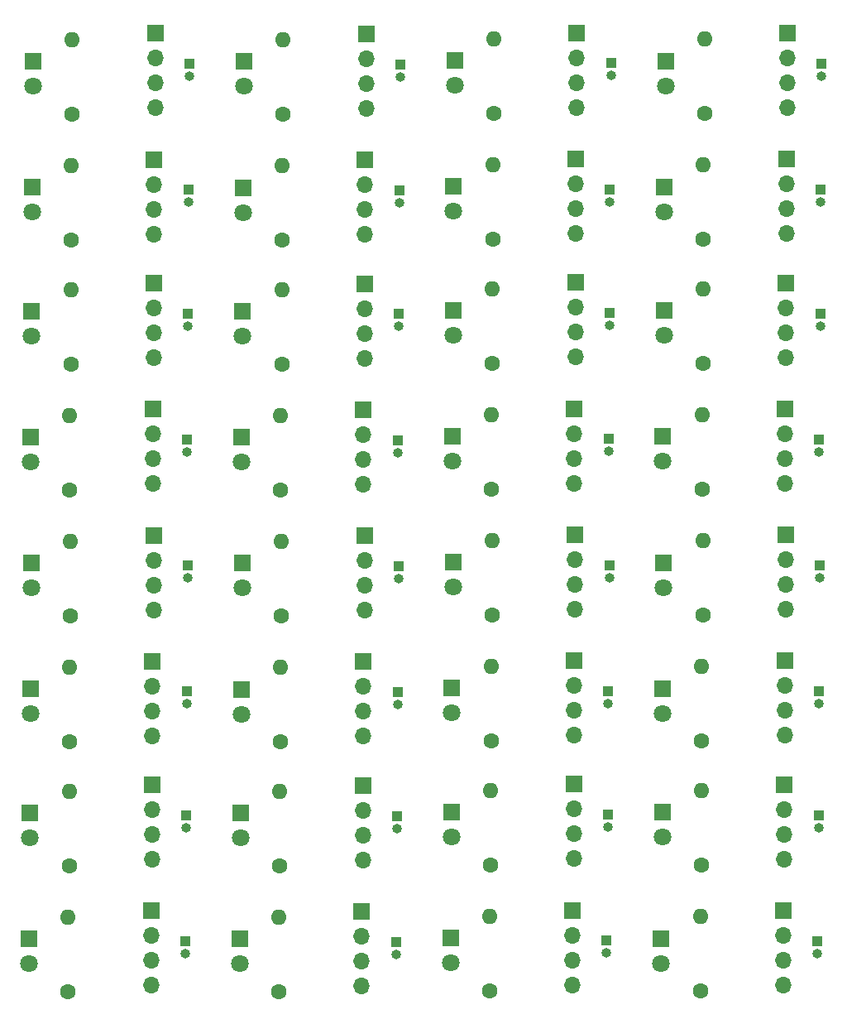
<source format=gbr>
%TF.GenerationSoftware,KiCad,Pcbnew,8.0.4*%
%TF.CreationDate,2024-08-16T15:36:08-07:00*%
%TF.ProjectId,LED2 full perf board,4c454432-2066-4756-9c6c-207065726620,rev?*%
%TF.SameCoordinates,Original*%
%TF.FileFunction,Soldermask,Bot*%
%TF.FilePolarity,Negative*%
%FSLAX46Y46*%
G04 Gerber Fmt 4.6, Leading zero omitted, Abs format (unit mm)*
G04 Created by KiCad (PCBNEW 8.0.4) date 2024-08-16 15:36:08*
%MOMM*%
%LPD*%
G01*
G04 APERTURE LIST*
%ADD10R,1.800000X1.800000*%
%ADD11C,1.800000*%
%ADD12R,1.700000X1.700000*%
%ADD13O,1.700000X1.700000*%
%ADD14R,1.000000X1.000000*%
%ADD15O,1.000000X1.000000*%
%ADD16C,1.600000*%
%ADD17O,1.600000X1.600000*%
G04 APERTURE END LIST*
D10*
%TO.C,D1*%
X139981320Y-79571320D03*
D11*
X139981320Y-82111320D03*
%TD*%
D12*
%TO.C,BatteryChargeModule1*%
X152360000Y-89605000D03*
D13*
X152360000Y-92145000D03*
X152360000Y-94685000D03*
X152360000Y-97225000D03*
%TD*%
D12*
%TO.C,BatteryChargeModule1*%
X152481320Y-76726320D03*
D13*
X152481320Y-79266320D03*
X152481320Y-81806320D03*
X152481320Y-84346320D03*
%TD*%
D14*
%TO.C,BT1*%
X155981320Y-79846320D03*
D15*
X155981320Y-81116320D03*
%TD*%
D10*
%TO.C,D1*%
X139807500Y-130885000D03*
D11*
X139807500Y-133425000D03*
%TD*%
D12*
%TO.C,BatteryChargeModule1*%
X152186180Y-140918680D03*
D13*
X152186180Y-143458680D03*
X152186180Y-145998680D03*
X152186180Y-148538680D03*
%TD*%
D16*
%TO.C,R1*%
X144008680Y-72293680D03*
D17*
X144008680Y-64673680D03*
%TD*%
D10*
%TO.C,D1*%
X140008680Y-66898680D03*
D11*
X140008680Y-69438680D03*
%TD*%
D16*
%TO.C,R1*%
X143860000Y-97845000D03*
D17*
X143860000Y-90225000D03*
%TD*%
D12*
%TO.C,BatteryChargeModule1*%
X152630000Y-51175000D03*
D13*
X152630000Y-53715000D03*
X152630000Y-56255000D03*
X152630000Y-58795000D03*
%TD*%
D16*
%TO.C,R1*%
X144130000Y-59415000D03*
D17*
X144130000Y-51795000D03*
%TD*%
D14*
%TO.C,BT1*%
X156130000Y-54295000D03*
D15*
X156130000Y-55565000D03*
%TD*%
D14*
%TO.C,BT1*%
X156008680Y-67173680D03*
D15*
X156008680Y-68443680D03*
%TD*%
D10*
%TO.C,D1*%
X139860000Y-92450000D03*
D11*
X139860000Y-94990000D03*
%TD*%
D12*
%TO.C,BatteryChargeModule1*%
X152508680Y-64053680D03*
D13*
X152508680Y-66593680D03*
X152508680Y-69133680D03*
X152508680Y-71673680D03*
%TD*%
D16*
%TO.C,R1*%
X143981320Y-84966320D03*
D17*
X143981320Y-77346320D03*
%TD*%
D14*
%TO.C,BT1*%
X155860000Y-92725000D03*
D15*
X155860000Y-93995000D03*
%TD*%
D14*
%TO.C,BT1*%
X155807500Y-131160000D03*
D15*
X155807500Y-132430000D03*
%TD*%
D14*
%TO.C,BT1*%
X155956180Y-105608680D03*
D15*
X155956180Y-106878680D03*
%TD*%
D16*
%TO.C,R1*%
X143686180Y-149158680D03*
D17*
X143686180Y-141538680D03*
%TD*%
D16*
%TO.C,R1*%
X143807500Y-136280000D03*
D17*
X143807500Y-128660000D03*
%TD*%
D12*
%TO.C,BatteryChargeModule1*%
X152334860Y-115367360D03*
D13*
X152334860Y-117907360D03*
X152334860Y-120447360D03*
X152334860Y-122987360D03*
%TD*%
D12*
%TO.C,BatteryChargeModule1*%
X152456180Y-102488680D03*
D13*
X152456180Y-105028680D03*
X152456180Y-107568680D03*
X152456180Y-110108680D03*
%TD*%
D16*
%TO.C,R1*%
X143956180Y-110728680D03*
D17*
X143956180Y-103108680D03*
%TD*%
D14*
%TO.C,BT1*%
X155834860Y-118487360D03*
D15*
X155834860Y-119757360D03*
%TD*%
D10*
%TO.C,D1*%
X139834860Y-118212360D03*
D11*
X139834860Y-120752360D03*
%TD*%
D14*
%TO.C,BT1*%
X155686180Y-144038680D03*
D15*
X155686180Y-145308680D03*
%TD*%
D12*
%TO.C,BatteryChargeModule1*%
X152307500Y-128040000D03*
D13*
X152307500Y-130580000D03*
X152307500Y-133120000D03*
X152307500Y-135660000D03*
%TD*%
D16*
%TO.C,R1*%
X143834860Y-123607360D03*
D17*
X143834860Y-115987360D03*
%TD*%
D10*
%TO.C,D1*%
X139956180Y-105333680D03*
D11*
X139956180Y-107873680D03*
%TD*%
D10*
%TO.C,D1*%
X140130000Y-54020000D03*
D11*
X140130000Y-56560000D03*
%TD*%
D10*
%TO.C,D1*%
X139686180Y-143763680D03*
D11*
X139686180Y-146303680D03*
%TD*%
D16*
%TO.C,R1*%
X165404860Y-123637360D03*
D17*
X165404860Y-116017360D03*
%TD*%
D10*
%TO.C,D1*%
X161256180Y-143793680D03*
D11*
X161256180Y-146333680D03*
%TD*%
D10*
%TO.C,D1*%
X161404860Y-118242360D03*
D11*
X161404860Y-120782360D03*
%TD*%
D14*
%TO.C,BT1*%
X177256180Y-144068680D03*
D15*
X177256180Y-145338680D03*
%TD*%
D12*
%TO.C,BatteryChargeModule1*%
X173877500Y-128070000D03*
D13*
X173877500Y-130610000D03*
X173877500Y-133150000D03*
X173877500Y-135690000D03*
%TD*%
D10*
%TO.C,D1*%
X161700000Y-54050000D03*
D11*
X161700000Y-56590000D03*
%TD*%
D10*
%TO.C,D1*%
X161526180Y-105363680D03*
D11*
X161526180Y-107903680D03*
%TD*%
D12*
%TO.C,BatteryChargeModule1*%
X173930000Y-89635000D03*
D13*
X173930000Y-92175000D03*
X173930000Y-94715000D03*
X173930000Y-97255000D03*
%TD*%
D10*
%TO.C,D1*%
X161551320Y-79601320D03*
D11*
X161551320Y-82141320D03*
%TD*%
D12*
%TO.C,BatteryChargeModule1*%
X173756180Y-140948680D03*
D13*
X173756180Y-143488680D03*
X173756180Y-146028680D03*
X173756180Y-148568680D03*
%TD*%
D10*
%TO.C,D1*%
X161377500Y-130915000D03*
D11*
X161377500Y-133455000D03*
%TD*%
D12*
%TO.C,BatteryChargeModule1*%
X174051320Y-76756320D03*
D13*
X174051320Y-79296320D03*
X174051320Y-81836320D03*
X174051320Y-84376320D03*
%TD*%
D14*
%TO.C,BT1*%
X177551320Y-79876320D03*
D15*
X177551320Y-81146320D03*
%TD*%
D10*
%TO.C,D1*%
X161578680Y-66928680D03*
D11*
X161578680Y-69468680D03*
%TD*%
D12*
%TO.C,BatteryChargeModule1*%
X174200000Y-51205000D03*
D13*
X174200000Y-53745000D03*
X174200000Y-56285000D03*
X174200000Y-58825000D03*
%TD*%
D14*
%TO.C,BT1*%
X177700000Y-54325000D03*
D15*
X177700000Y-55595000D03*
%TD*%
D12*
%TO.C,BatteryChargeModule1*%
X174026180Y-102518680D03*
D13*
X174026180Y-105058680D03*
X174026180Y-107598680D03*
X174026180Y-110138680D03*
%TD*%
D14*
%TO.C,BT1*%
X177430000Y-92755000D03*
D15*
X177430000Y-94025000D03*
%TD*%
D14*
%TO.C,BT1*%
X177404860Y-118517360D03*
D15*
X177404860Y-119787360D03*
%TD*%
D12*
%TO.C,BatteryChargeModule1*%
X174078680Y-64083680D03*
D13*
X174078680Y-66623680D03*
X174078680Y-69163680D03*
X174078680Y-71703680D03*
%TD*%
D16*
%TO.C,R1*%
X165526180Y-110758680D03*
D17*
X165526180Y-103138680D03*
%TD*%
D16*
%TO.C,R1*%
X165551320Y-84996320D03*
D17*
X165551320Y-77376320D03*
%TD*%
D16*
%TO.C,R1*%
X165256180Y-149188680D03*
D17*
X165256180Y-141568680D03*
%TD*%
D10*
%TO.C,D1*%
X161430000Y-92480000D03*
D11*
X161430000Y-95020000D03*
%TD*%
D16*
%TO.C,R1*%
X165377500Y-136310000D03*
D17*
X165377500Y-128690000D03*
%TD*%
D14*
%TO.C,BT1*%
X177377500Y-131190000D03*
D15*
X177377500Y-132460000D03*
%TD*%
D14*
%TO.C,BT1*%
X177526180Y-105638680D03*
D15*
X177526180Y-106908680D03*
%TD*%
D16*
%TO.C,R1*%
X165578680Y-72323680D03*
D17*
X165578680Y-64703680D03*
%TD*%
D16*
%TO.C,R1*%
X165430000Y-97875000D03*
D17*
X165430000Y-90255000D03*
%TD*%
D16*
%TO.C,R1*%
X165700000Y-59445000D03*
D17*
X165700000Y-51825000D03*
%TD*%
D14*
%TO.C,BT1*%
X177578680Y-67203680D03*
D15*
X177578680Y-68473680D03*
%TD*%
D12*
%TO.C,BatteryChargeModule1*%
X173904860Y-115397360D03*
D13*
X173904860Y-117937360D03*
X173904860Y-120477360D03*
X173904860Y-123017360D03*
%TD*%
D10*
%TO.C,D1*%
X118413820Y-79671320D03*
D11*
X118413820Y-82211320D03*
%TD*%
D12*
%TO.C,BatteryChargeModule1*%
X130792500Y-89705000D03*
D13*
X130792500Y-92245000D03*
X130792500Y-94785000D03*
X130792500Y-97325000D03*
%TD*%
D12*
%TO.C,BatteryChargeModule1*%
X130913820Y-76826320D03*
D13*
X130913820Y-79366320D03*
X130913820Y-81906320D03*
X130913820Y-84446320D03*
%TD*%
D14*
%TO.C,BT1*%
X134413820Y-79946320D03*
D15*
X134413820Y-81216320D03*
%TD*%
D10*
%TO.C,D1*%
X118240000Y-130985000D03*
D11*
X118240000Y-133525000D03*
%TD*%
D12*
%TO.C,BatteryChargeModule1*%
X130618680Y-141018680D03*
D13*
X130618680Y-143558680D03*
X130618680Y-146098680D03*
X130618680Y-148638680D03*
%TD*%
D16*
%TO.C,R1*%
X122441180Y-72393680D03*
D17*
X122441180Y-64773680D03*
%TD*%
D10*
%TO.C,D1*%
X118441180Y-66998680D03*
D11*
X118441180Y-69538680D03*
%TD*%
D16*
%TO.C,R1*%
X122292500Y-97945000D03*
D17*
X122292500Y-90325000D03*
%TD*%
D12*
%TO.C,BatteryChargeModule1*%
X131062500Y-51275000D03*
D13*
X131062500Y-53815000D03*
X131062500Y-56355000D03*
X131062500Y-58895000D03*
%TD*%
D16*
%TO.C,R1*%
X122562500Y-59515000D03*
D17*
X122562500Y-51895000D03*
%TD*%
D14*
%TO.C,BT1*%
X134562500Y-54395000D03*
D15*
X134562500Y-55665000D03*
%TD*%
D14*
%TO.C,BT1*%
X134441180Y-67273680D03*
D15*
X134441180Y-68543680D03*
%TD*%
D10*
%TO.C,D1*%
X118292500Y-92550000D03*
D11*
X118292500Y-95090000D03*
%TD*%
D12*
%TO.C,BatteryChargeModule1*%
X130941180Y-64153680D03*
D13*
X130941180Y-66693680D03*
X130941180Y-69233680D03*
X130941180Y-71773680D03*
%TD*%
D16*
%TO.C,R1*%
X122413820Y-85066320D03*
D17*
X122413820Y-77446320D03*
%TD*%
D14*
%TO.C,BT1*%
X134292500Y-92825000D03*
D15*
X134292500Y-94095000D03*
%TD*%
D14*
%TO.C,BT1*%
X134240000Y-131260000D03*
D15*
X134240000Y-132530000D03*
%TD*%
D14*
%TO.C,BT1*%
X134388680Y-105708680D03*
D15*
X134388680Y-106978680D03*
%TD*%
D16*
%TO.C,R1*%
X122118680Y-149258680D03*
D17*
X122118680Y-141638680D03*
%TD*%
D16*
%TO.C,R1*%
X122240000Y-136380000D03*
D17*
X122240000Y-128760000D03*
%TD*%
D12*
%TO.C,BatteryChargeModule1*%
X130767360Y-115467360D03*
D13*
X130767360Y-118007360D03*
X130767360Y-120547360D03*
X130767360Y-123087360D03*
%TD*%
D12*
%TO.C,BatteryChargeModule1*%
X130888680Y-102588680D03*
D13*
X130888680Y-105128680D03*
X130888680Y-107668680D03*
X130888680Y-110208680D03*
%TD*%
D16*
%TO.C,R1*%
X122388680Y-110828680D03*
D17*
X122388680Y-103208680D03*
%TD*%
D14*
%TO.C,BT1*%
X134267360Y-118587360D03*
D15*
X134267360Y-119857360D03*
%TD*%
D10*
%TO.C,D1*%
X118267360Y-118312360D03*
D11*
X118267360Y-120852360D03*
%TD*%
D14*
%TO.C,BT1*%
X134118680Y-144138680D03*
D15*
X134118680Y-145408680D03*
%TD*%
D12*
%TO.C,BatteryChargeModule1*%
X130740000Y-128140000D03*
D13*
X130740000Y-130680000D03*
X130740000Y-133220000D03*
X130740000Y-135760000D03*
%TD*%
D16*
%TO.C,R1*%
X122267360Y-123707360D03*
D17*
X122267360Y-116087360D03*
%TD*%
D10*
%TO.C,D1*%
X118388680Y-105433680D03*
D11*
X118388680Y-107973680D03*
%TD*%
D10*
%TO.C,D1*%
X118562500Y-54120000D03*
D11*
X118562500Y-56660000D03*
%TD*%
D10*
%TO.C,D1*%
X118118680Y-143863680D03*
D11*
X118118680Y-146403680D03*
%TD*%
D10*
%TO.C,D1*%
X96843820Y-79641320D03*
D11*
X96843820Y-82181320D03*
%TD*%
D12*
%TO.C,BatteryChargeModule1*%
X109222500Y-89675000D03*
D13*
X109222500Y-92215000D03*
X109222500Y-94755000D03*
X109222500Y-97295000D03*
%TD*%
D12*
%TO.C,BatteryChargeModule1*%
X109343820Y-76796320D03*
D13*
X109343820Y-79336320D03*
X109343820Y-81876320D03*
X109343820Y-84416320D03*
%TD*%
D16*
%TO.C,R1*%
X100843820Y-85036320D03*
D17*
X100843820Y-77416320D03*
%TD*%
D14*
%TO.C,BT1*%
X112843820Y-79916320D03*
D15*
X112843820Y-81186320D03*
%TD*%
D10*
%TO.C,D1*%
X96722500Y-92520000D03*
D11*
X96722500Y-95060000D03*
%TD*%
D16*
%TO.C,R1*%
X100722500Y-97915000D03*
D17*
X100722500Y-90295000D03*
%TD*%
D14*
%TO.C,BT1*%
X112722500Y-92795000D03*
D15*
X112722500Y-94065000D03*
%TD*%
D12*
%TO.C,BatteryChargeModule1*%
X109048680Y-140988680D03*
D13*
X109048680Y-143528680D03*
X109048680Y-146068680D03*
X109048680Y-148608680D03*
%TD*%
D10*
%TO.C,D1*%
X96670000Y-130955000D03*
D11*
X96670000Y-133495000D03*
%TD*%
D16*
%TO.C,R1*%
X100871180Y-72363680D03*
D17*
X100871180Y-64743680D03*
%TD*%
D14*
%TO.C,BT1*%
X112871180Y-67243680D03*
D15*
X112871180Y-68513680D03*
%TD*%
D12*
%TO.C,BatteryChargeModule1*%
X109371180Y-64123680D03*
D13*
X109371180Y-66663680D03*
X109371180Y-69203680D03*
X109371180Y-71743680D03*
%TD*%
D10*
%TO.C,D1*%
X96871180Y-66968680D03*
D11*
X96871180Y-69508680D03*
%TD*%
D12*
%TO.C,BatteryChargeModule1*%
X109492500Y-51245000D03*
D13*
X109492500Y-53785000D03*
X109492500Y-56325000D03*
X109492500Y-58865000D03*
%TD*%
D16*
%TO.C,R1*%
X100992500Y-59485000D03*
D17*
X100992500Y-51865000D03*
%TD*%
D14*
%TO.C,BT1*%
X112992500Y-54365000D03*
D15*
X112992500Y-55635000D03*
%TD*%
D10*
%TO.C,D1*%
X96992500Y-54090000D03*
D11*
X96992500Y-56630000D03*
%TD*%
D14*
%TO.C,BT1*%
X112670000Y-131230000D03*
D15*
X112670000Y-132500000D03*
%TD*%
D16*
%TO.C,R1*%
X100548680Y-149228680D03*
D17*
X100548680Y-141608680D03*
%TD*%
D14*
%TO.C,BT1*%
X112548680Y-144108680D03*
D15*
X112548680Y-145378680D03*
%TD*%
D12*
%TO.C,BatteryChargeModule1*%
X109170000Y-128110000D03*
D13*
X109170000Y-130650000D03*
X109170000Y-133190000D03*
X109170000Y-135730000D03*
%TD*%
D16*
%TO.C,R1*%
X100697360Y-123677360D03*
D17*
X100697360Y-116057360D03*
%TD*%
D10*
%TO.C,D1*%
X96548680Y-143833680D03*
D11*
X96548680Y-146373680D03*
%TD*%
D16*
%TO.C,R1*%
X100670000Y-136350000D03*
D17*
X100670000Y-128730000D03*
%TD*%
D14*
%TO.C,BT1*%
X112697360Y-118557360D03*
D15*
X112697360Y-119827360D03*
%TD*%
D12*
%TO.C,BatteryChargeModule1*%
X109197360Y-115437360D03*
D13*
X109197360Y-117977360D03*
X109197360Y-120517360D03*
X109197360Y-123057360D03*
%TD*%
D10*
%TO.C,D1*%
X96697360Y-118282360D03*
D11*
X96697360Y-120822360D03*
%TD*%
D12*
%TO.C,BatteryChargeModule1*%
X109318680Y-102558680D03*
D13*
X109318680Y-105098680D03*
X109318680Y-107638680D03*
X109318680Y-110178680D03*
%TD*%
D16*
%TO.C,R1*%
X100818680Y-110798680D03*
D17*
X100818680Y-103178680D03*
%TD*%
D10*
%TO.C,D1*%
X96818680Y-105403680D03*
D11*
X96818680Y-107943680D03*
%TD*%
D14*
%TO.C,BT1*%
X112818680Y-105678680D03*
D15*
X112818680Y-106948680D03*
%TD*%
M02*

</source>
